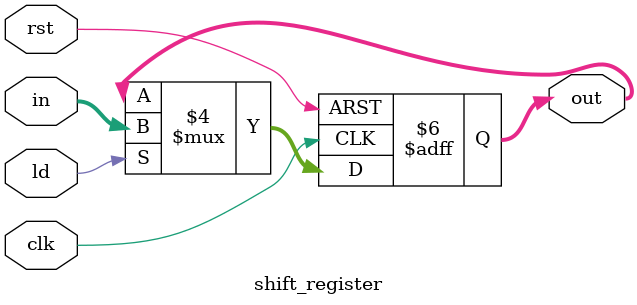
<source format=v>
module shift_register(clk,in,out,rst,ld);
input [7:0]in;
input clk,rst,ld;
output reg [7:0]out;

always@(posedge clk, negedge rst)
begin
if(!rst)
out <= 0;

else
begin
if (ld)
out <= in;
else
out <= out;
end
end
endmodule


</source>
